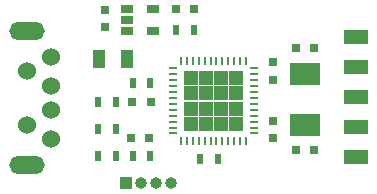
<source format=gts>
G04 #@! TF.FileFunction,Soldermask,Top*
%FSLAX46Y46*%
G04 Gerber Fmt 4.6, Leading zero omitted, Abs format (unit mm)*
G04 Created by KiCad (PCBNEW 4.0.2-stable) date 6/19/2017 9:33:45 AM*
%MOMM*%
G01*
G04 APERTURE LIST*
%ADD10C,0.150000*%
%ADD11R,0.750000X0.800000*%
%ADD12R,0.800000X0.750000*%
%ADD13R,0.800000X0.800000*%
%ADD14R,1.050000X1.600000*%
%ADD15R,1.000000X1.000000*%
%ADD16O,1.000000X1.000000*%
%ADD17R,2.000000X1.200000*%
%ADD18R,0.500000X0.900000*%
%ADD19R,1.060000X0.650000*%
%ADD20R,0.700000X0.250000*%
%ADD21R,0.250000X0.700000*%
%ADD22R,1.287500X1.287500*%
%ADD23R,2.600000X1.900000*%
%ADD24C,1.524000*%
%ADD25O,3.000000X1.500000*%
G04 APERTURE END LIST*
D10*
D11*
X189738000Y-127393000D03*
X189738000Y-128893000D03*
D12*
X195719000Y-127381000D03*
X197219000Y-127381000D03*
X205879000Y-139319000D03*
X207379000Y-139319000D03*
X205879000Y-130683000D03*
X207379000Y-130683000D03*
D11*
X203962000Y-131838000D03*
X203962000Y-133338000D03*
X203962000Y-136791000D03*
X203962000Y-138291000D03*
D13*
X191859000Y-138303000D03*
X193459000Y-138303000D03*
X193586000Y-135255000D03*
X191986000Y-135255000D03*
D14*
X189198000Y-131572000D03*
X191548000Y-131572000D03*
D15*
X191516000Y-142113000D03*
D16*
X192786000Y-142113000D03*
X194056000Y-142113000D03*
X195326000Y-142113000D03*
D17*
X210947000Y-129675000D03*
X210947000Y-132215000D03*
X210947000Y-134755000D03*
X210947000Y-137295000D03*
X210947000Y-139835000D03*
D18*
X193536000Y-133604000D03*
X192036000Y-133604000D03*
X192036000Y-139827000D03*
X193536000Y-139827000D03*
X199251000Y-140081000D03*
X197751000Y-140081000D03*
X197219000Y-129159000D03*
X195719000Y-129159000D03*
X190615000Y-137541000D03*
X189115000Y-137541000D03*
X190615000Y-135255000D03*
X189115000Y-135255000D03*
X190615000Y-139827000D03*
X189115000Y-139827000D03*
D19*
X191559000Y-127320000D03*
X191559000Y-128270000D03*
X191559000Y-129220000D03*
X193759000Y-129220000D03*
X193759000Y-127320000D03*
D20*
X202282000Y-137878000D03*
X202282000Y-137378000D03*
X202282000Y-136878000D03*
X202282000Y-136378000D03*
X202282000Y-135878000D03*
X202282000Y-135378000D03*
X202282000Y-134878000D03*
X202282000Y-134378000D03*
X202282000Y-133878000D03*
X202282000Y-133378000D03*
X202282000Y-132878000D03*
X202282000Y-132378000D03*
D21*
X201632000Y-131728000D03*
X201132000Y-131728000D03*
X200632000Y-131728000D03*
X200132000Y-131728000D03*
X199632000Y-131728000D03*
X199132000Y-131728000D03*
X198632000Y-131728000D03*
X198132000Y-131728000D03*
X197632000Y-131728000D03*
X197132000Y-131728000D03*
X196632000Y-131728000D03*
X196132000Y-131728000D03*
D20*
X195482000Y-132378000D03*
X195482000Y-132878000D03*
X195482000Y-133378000D03*
X195482000Y-133878000D03*
X195482000Y-134378000D03*
X195482000Y-134878000D03*
X195482000Y-135378000D03*
X195482000Y-135878000D03*
X195482000Y-136378000D03*
X195482000Y-136878000D03*
X195482000Y-137378000D03*
X195482000Y-137878000D03*
D21*
X196132000Y-138528000D03*
X196632000Y-138528000D03*
X197132000Y-138528000D03*
X197632000Y-138528000D03*
X198132000Y-138528000D03*
X198632000Y-138528000D03*
X199132000Y-138528000D03*
X199632000Y-138528000D03*
X200132000Y-138528000D03*
X200632000Y-138528000D03*
X201132000Y-138528000D03*
X201632000Y-138528000D03*
D22*
X196950750Y-133196750D03*
X196950750Y-134484250D03*
X196950750Y-135771750D03*
X196950750Y-137059250D03*
X198238250Y-133196750D03*
X198238250Y-134484250D03*
X198238250Y-135771750D03*
X198238250Y-137059250D03*
X199525750Y-133196750D03*
X199525750Y-134484250D03*
X199525750Y-135771750D03*
X199525750Y-137059250D03*
X200813250Y-133196750D03*
X200813250Y-134484250D03*
X200813250Y-135771750D03*
X200813250Y-137059250D03*
D23*
X206629000Y-132851000D03*
X206629000Y-137151000D03*
D24*
X185166000Y-133874000D03*
X185166000Y-135874000D03*
X185166000Y-131374000D03*
X185166000Y-138374000D03*
X183066000Y-132624000D03*
X183066000Y-137124000D03*
D25*
X183066000Y-129174000D03*
X183066000Y-140574000D03*
M02*

</source>
